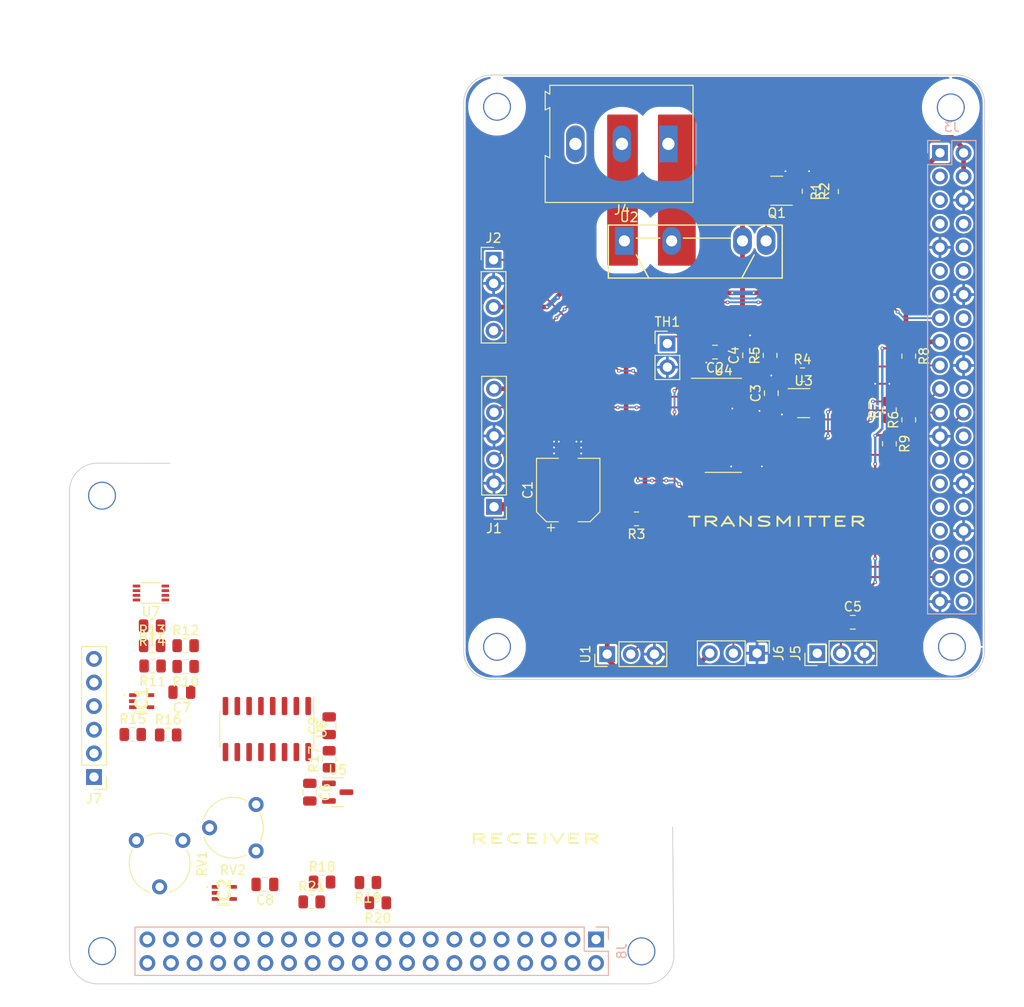
<source format=kicad_pcb>
(kicad_pcb (version 20211014) (generator pcbnew)
  (layers (0 "F.Cu" signal) (31 "B.Cu" power) (34 "B.Paste" user) (35 "F.Paste" user) (36 "B.SilkS" user "B.Silkscreen") (37 "F.SilkS" user "F.Silkscreen") (38 "B.Mask" user) (39 "F.Mask" user) (44 "Edge.Cuts" user))
  (net 0 "")
  (net 1 "GND")
  (net 2 "/light")
  (net 3 "/proxy_out")
  (net 4 "/V-O")
  (net 5 "/ADC2")
  (net 6 "/ADC1")
  (net 7 "/audio_digital_out")
  (net 8 "+3V3")
  (net 9 "MOSI2")
  (net 10 "MISO2")
  (net 11 "CLK2")
  (net 12 "SS2")
  (net 13 "+5V")
  (net 14 "/Comparator1")
  (net 15 "/Comparator2")
  (net 16 "IN2")
  (net 17 "CLK1")
  (net 18 "MISO1")
  (net 19 "MOSI1")
  (net 20 "SS1")
  (net 21 "Net-(IC1-Pad1)")
  (net 22 "/ADC0")
  (net 23 "/ADC3")
  (net 24 "/ADC4")
  (net 25 "/ADC5")
  (net 26 "/ADC6")
  (net 27 "/ADC7")
  (net 28 "Net-(Q1-Pad1)")
  (net 29 "IN1")
  (net 30 "/triac_pin")
  (net 31 "/Vref1")
  (net 53 "Net-(Q1-Pad3)")
  (net 55 "Net-(IC1-Pad3)")
  (net 56 "Net-(R10-Pad2)")
  (net 57 "Net-(IC2-Pad3)")
  (net 58 "Net-(IC2-Pad1)")
  (net 66 "Net-(R12-Pad1)")
  (net 67 "/Vref2")
  (net 68 "/L1")
  (net 69 "/L2")
  (net 70 "Net-(C1-Pad1)")
  (net 90 "/ADC0_1")
  (net 97 "/ADC1_1")
  (net 98 "+3.3VA")
  (net 99 "+5VA")
  (footprint "project_footprints:NPTH_3mm_ID" (layer "F.Cu") (at 97.027556 149.054811 180)
    (fp_text reference "H1")
    (fp_text value "3mm_Mounting_Hole" hide)
  )
  (footprint "project_footprints:NPTH_3mm_ID" (layer "F.Cu") (at 39.027556 149.034811 180)
    (fp_text reference "H2")
    (fp_text value "3mm_Mounting_Hole" hide)
  )
  (footprint "project_footprints:NPTH_3mm_ID" (layer "F.Cu") (at 39.0144 100.044811 -90)
    (fp_text reference "H3")
    (fp_text value "3mm_Mounting_Hole" hide)
  )
  (footprint "project_footprints:NPTH_3mm_ID" (layer "F.Cu") (at 81.5 58.216794 90)
    (fp_text reference "H4")
    (fp_text value "3mm_Mounting_Hole" hide)
  )
  (footprint "Connector_PinHeader_2.54mm:PinHeader_1x03_P2.54mm_Vertical" (layer "F.Cu") (at 93.345 117.094 90)
    (fp_text reference "U1")
    (fp_text value "LM35-LP")
  )
  (footprint "Resistor_SMD:R_0805_2012Metric" (layer "F.Cu") (at 48.0079 118.4148 180)
    (fp_text reference "R10")
    (fp_text value "DNP")
  )
  (footprint "Capacitor_SMD:C_0805_2012Metric" (layer "F.Cu") (at 61.362756 131.935411 -90)
    (fp_text reference "C6")
    (fp_text value "100n")
  )
  (footprint "Connector_PinHeader_2.54mm:PinHeader_1x03_P2.54mm_Vertical" (layer "F.Cu") (at 109.458994 116.992394 -90)
    (fp_text reference "J6")
    (fp_text value "proxy")
  )
  (footprint "Resistor_SMD:R_0805_2012Metric" (layer "F.Cu") (at 125.7808 91.8934 90)
    (fp_text reference "R6")
    (fp_text value "10k")
  )
  (footprint "Package_SIP:SIP4_Sharp-SSR_P7.62mm_Straight" (layer "F.Cu") (at 95.199194 72.643994)
    (fp_text reference "U2")
    (fp_text value "CN240A05")
  )
  (footprint "Potentiometer_THT:Potentiometer_Piher_PT-6-V_Vertical" (layer "F.Cu") (at 55.582356 133.260611 180)
    (fp_text reference "RV2")
    (fp_text value "R_Potentiometer")
  )
  (footprint "Resistor_SMD:R_0805_2012Metric" (layer "F.Cu") (at 96.4965 102.5398 180)
    (fp_text reference "R3")
    (fp_text value "150")
  )
  (footprint "Resistor_SMD:R_0805_2012Metric" (layer "F.Cu") (at 125.7808 85.0392 -90)
    (fp_text reference "R8")
    (fp_text value "10k")
  )
  (footprint "Capacitor_SMD:C_0805_2012Metric" (layer "F.Cu") (at 63.445556 124.787811 90)
    (fp_text reference "C9")
    (fp_text value "100n")
  )
  (footprint "Potentiometer_THT:Potentiometer_Piher_PT-6-V_Vertical" (layer "F.Cu") (at 42.708356 137.121411 -90)
    (fp_text reference "RV1")
    (fp_text value "R_Potentiometer")
  )
  (footprint "Resistor_SMD:R_0805_2012Metric" (layer "F.Cu") (at 67.613056 141.653411 180)
    (fp_text reference "R19")
    (fp_text value "10k")
  )
  (footprint "Capacitor_SMD:CP_Elec_6.3x7.7" (layer "F.Cu") (at 89.154 99.441 90)
    (fp_text reference "C1")
    (fp_text value "220u")
  )
  (footprint "Resistor_SMD:R_0805_2012Metric" (layer "F.Cu") (at 123.698 90.8285 90)
    (fp_text reference "R7")
    (fp_text value "10k")
  )
  (footprint "Resistor_SMD:R_0805_2012Metric" (layer "F.Cu") (at 61.565956 143.736211)
    (fp_text reference "R21")
    (fp_text value "10k")
  )
  (footprint "Capacitor_SMD:C_0805_2012Metric" (layer "F.Cu") (at 47.595956 121.181011 180)
    (fp_text reference "C7")
    (fp_text value "100n")
  )
  (footprint "Resistor_SMD:R_0805_2012Metric" (layer "F.Cu") (at 42.3183 125.73)
    (fp_text reference "R15")
    (fp_text value "1k")
  )
  (footprint "Resistor_SMD:R_0805_2012Metric" (layer "F.Cu") (at 63.445556 128.396511 90)
    (fp_text reference "R17")
    (fp_text value "100")
  )
  (footprint "project_footprints:NPTH_3mm_ID" (layer "F.Cu") (at 130.302 58.293 90)
    (fp_text reference "H4")
    (fp_text value "3mm_Mounting_Hole" hide)
  )
  (footprint "Resistor_SMD:R_0805_2012Metric" (layer "F.Cu") (at 115.062 67.31 -90)
    (fp_text reference "R2")
    (fp_text value "DNP")
  )
  (footprint "Package_SO:SOIC-16_3.9x9.9mm_P1.27mm" (layer "F.Cu") (at 105.8418 92.4814)
    (fp_text reference "U4")
    (fp_text value "MCP3008")
  )
  (footprint "Connector_PinHeader_2.54mm:PinHeader_1x04_P2.54mm_Vertical" (layer "F.Cu") (at 81.1276 74.676)
    (fp_text reference "J2")
    (fp_text value "sound in")
  )
  (footprint "TerminalBlock:TerminalBlock_Altech_AK300-3_P5.00mm" (layer "F.Cu") (at 99.928594 62.211594 180)
    (fp_text reference "J4")
    (fp_text value "Conn_01x03")
  )
  (footprint "Connector_PinHeader_2.54mm:PinHeader_1x03_P2.54mm_Vertical" (layer "F.Cu") (at 115.940594 116.992394 90)
    (fp_text reference "J5")
    (fp_text value "light")
  )
  (footprint "Capacitor_SMD:C_0805_2012Metric" (layer "F.Cu") (at 104.9426 84.6074 180)
    (fp_text reference "C2")
    (fp_text value "100n-0.1u")
  )
  (footprint "Resistor_SMD:R_0805_2012Metric" (layer "F.Cu") (at 117.475 67.3335 90)
    (fp_text reference "R1")
    (fp_text value "90k")
  )
  (footprint "Resistor_SMD:R_0805_2012Metric" (layer "F.Cu") (at 44.4011 116.1796)
    (fp_text reference "R13")
    (fp_text value "20k")
  )
  (footprint "Resistor_SMD:R_0805_2012Metric" (layer "F.Cu") (at 46.1264 125.7808)
    (fp_text reference "R16")
    (fp_text value "1k35")
  )
  (footprint "Resistor_SMD:R_0805_2012Metric" (layer "F.Cu") (at 114.3508 87.0458)
    (fp_text reference "R4")
    (fp_text value "100")
  )
  (footprint "project_footprints:NPTH_3mm_ID" (layer "F.Cu") (at 130.429 116.3 90)
    (fp_text reference "H4")
    (fp_text value "3mm_Mounting_Hole" hide)
  )
  (footprint "project_footprints:NPTH_3mm_ID" (layer "F.Cu") (at 81.5 116.3 90)
    (fp_text reference "H4")
    (fp_text value "3mm_Mounting_Hole" hide)
  )
  (footprint "Connector_PinHeader_2.54mm:PinHeader_1x06_P2.54mm_Vertical" (layer "F.Cu") (at 38.1508 130.302 180)
    (fp_text reference "J7")
    (fp_text value "Analof light in")
  )
  (footprint "Resistor_SMD:R_0805_2012Metric" (layer "F.Cu") (at 44.45 118.364 180)
    (fp_text reference "R11")
    (fp_text value "DNP")
  )
  (footprint "Resistor_SMD:R_0805_2012Metric" (layer "F.Cu") (at 123.698 94.4645 -90)
    (fp_text reference "R9")
    (fp_text value "10k")
  )
  (footprint "Resistor_SMD:R_0805_2012Metric" (layer "F.Cu") (at 110.871 84.963 90)
    (fp_text reference "R5")
    (fp_text value "10k")
  )
  (footprint "Package_TO_SOT_SMD:SOT-23" (layer "F.Cu") (at 111.5845 67.249 180)
    (fp_text reference "Q1")
    (fp_text value "Q_NPN_BEC")
  )
  (footprint "SamacSys_Parts:TC75S59FUTE85LF" (layer "F.Cu") (at 52.167956 142.771011 -90)
    (fp_text reference "IC2")
    (fp_text value "TC75S59FU_TE85L,F_" hide)
  )
  (footprint "Connector_PinHeader_2.54mm:PinHeader_1x02_P2.54mm_Vertical" (layer "F.Cu") (at 99.822 83.688)
    (fp_text reference "TH1")
    (fp_text value "Thermistor")
  )
  (footprint "Capacitor_SMD:C_0805_2012Metric" (layer "F.Cu") (at 110.998 89.027 90)
    (fp_text reference "C3")
    (fp_text value "100n")
  )
  (footprint "Resistor_SMD:R_0805_2012Metric" (layer "F.Cu") (at 62.681656 141.602611)
    (fp_text reference "R18")
    (fp_text value "10k")
  )
  (footprint "Resistor_SMD:R_0805_2012Metric" (layer "F.Cu") (at 68.676056 143.837811 180)
    (fp_text reference "R20")
    (fp_text value "10k")
  )
  (footprint "Package_TO_SOT_SMD:SOT-23" (layer "F.Cu") (at 114.4778 90.0938)
    (fp_text reference "U3")
    (fp_text value "LM4040DBZ-4.1")
  )
  (footprint "Resistor_SMD:R_0805_2012Metric" (layer "F.Cu") (at 48.006 116.1796)
    (fp_text reference "R12")
    (fp_text value "10k")
  )
  (footprint "Capacitor_SMD:C_0805_2012Metric" (layer "F.Cu") (at 56.536756 141.856611 180)
    (fp_text reference "C8")
    (fp_text value "100n")
  )
  (footprint "Resistor_SMD:R_0805_2012Metric" (layer "F.Cu") (at 44.3992 114.046 180)
    (fp_text reference "R14")
    (fp_text value "10k")
  )
  (footprint "Package_SO:SOIC-16_3.9x9.9mm_P1.27mm" (layer "F.Cu") (at 56.739956 125.143411 -90)
    (fp_text reference "U6")
    (fp_text value "MCP3008")
  )
  (footprint "Connector_PinHeader_2.54mm:PinHeader_1x06_P2.54mm_Vertical" (layer "F.Cu") (at 81.1784 101.2444 180)
    (fp_text reference "J1")
    (fp_text value "dust sense")
  )
  (footprint "SamacSys_Parts:TC75S59FUTE85LF" (layer "F.Cu") (at 43.276056 122.146211 -90)
    (fp_text reference "IC1")
    (fp_text value "TC75S59FU_TE85L,F_" hide)
  )
  (footprint "Package_SO:VSSOP-8_2.3x2mm_P0.5mm" (layer "F.Cu") (at 44.2722 110.5154 180)
    (fp_text reference "U7")
    (fp_text value "ADS7041xDCU")
  )
  (footprint "Capacitor_SMD:C_0805_2012Metric" (layer "F.Cu") (at 119.761 113.665)
    (fp_text reference "C5")
    (fp_text value "100n-0.1u")
  )
  (footprint "Capacitor_SMD:C_0805_2012Metric" (layer "F.Cu") (at 108.6612 84.9478 90)
    (fp_text reference "C4")
    (fp_text value "100n")
  )
  (footprint "Package_TO_SOT_SMD:SOT-23" (layer "F.Cu") (at 64.359956 131.935411)
    (fp_text reference "U5")
    (fp_text value "LM4040DBZ-4.1")
  )
  (footprint "Connector_PinSocket_2.54mm:PinSocket_2x20_P2.54mm_Vertical" (layer "B.Cu") (at 92.147556 147.774811 90)
    (fp_text reference "J8")
    (fp_text value "40HAT")
  )
  (footprint "Connector_PinSocket_2.54mm:PinSocket_2x20_P2.54mm_Vertical" (layer "B.Cu") (at 129.138994 63.177754 180)
    (fp_text reference "J3")
    (fp_text value "40HAT")
  )
  (gr_line (start 100.5212 149.5472) (end 100.3808 135.6868) (layer "Edge.Cuts") (width 0.1))
  (gr_arc (start 77.923874 57.801474) (mid 78.80256 55.68016) (end 80.923874 54.801474) (layer "Edge.Cuts") (width 0.1))
  (gr_arc (start 133.923874 116.801474) (mid 133.0452 118.9228) (end 130.923874 119.801474) (layer "Edge.Cuts") (width 0.1))
  (gr_line (start 130.923874 54.801474) (end 80.923874 54.801474) (layer "Edge.Cuts") (width 0.1))
  (gr_line (start 133.923874 116.801474) (end 133.923874 57.801474) (layer "Edge.Cuts") (width 0.1))
  (gr_line (start 130.923874 119.801474) (end 80.923874 119.801474) (layer "Edge.Cuts") (width 0.1))
  (gr_arc (start 130.923874 54.801474) (mid 133.045214 55.680145) (end 133.923874 57.801474) (layer "Edge.Cuts") (width 0.1))
  (gr_arc (start 80.923874 119.801474) (mid 78.80256 118.922788) (end 77.923874 116.801474) (layer "Edge.Cuts") (width 0.1))
  (gr_line (start 38.5212 152.5472) (end 97.5212 152.5472) (layer "Edge.Cuts") (width 0.1))
  (gr_line (start 46.3296 96.5708) (end 38.516789 96.551167) (layer "Edge.Cuts") (width 0.1))
  (gr_line (start 77.923874 116.801474) (end 77.923874 57.801474) (layer "Edge.Cuts") (width 0.1))
  (gr_arc (start 38.5212 152.5472) (mid 36.399855 151.668535) (end 35.5212 149.5472) (layer "Edge.Cuts") (width 0.1))
  (gr_arc (start 100.5212 149.5472) (mid 99.642521 151.668522) (end 97.5212 152.5472) (layer "Edge.Cuts") (width 0.1))
  (gr_line (start 35.5212 149.5472) (end 35.5212 99.5472) (layer "Edge.Cuts") (width 0.1))
  (gr_arc (start 35.516789 99.551167) (mid 36.39547 97.429849) (end 38.516789 96.551167) (layer "Edge.Cuts") (width 0.1))
  (gr_text "RECEIVER" (at 85.5726 136.9568) (layer "F.SilkS") (effects (font (size 1 2) (thickness 0.2))))
  (gr_text "TRANSMITTER" (at 111.6076 102.8446) (layer "F.SilkS") (effects (font (size 1 2) (thickness 0.2))))
  (segment (start 114.9635 66.299) (end 115.062 66.3975) (width 0.2) (layer "F.Cu") (net 1))
  (segment (start 102.372 86.228) (end 99.822 86.228) (width 0.2) (layer "F.Cu") (net 1))
  (segment (start 103.9926 84.6074) (end 103.9926 85.7046) (width 0.2) (layer "F.Cu") (net 1))
  (segment (start 87.63 95.504) (end 87.63 94.234) (width 0.5) (layer "F.Cu") (net 1))
  (segment (start 112.522 66.299) (end 114.9635 66.299) (width 0.2) (layer "F.Cu") (net 1))
  (segment (start 109.9566 96.9264) (end 109.982 96.901) (width 0.2) (layer "F.Cu") (net 1))
  (segment (start 90.551 94.234) (end 90.551 95.504) (width 0.5) (layer "F.Cu") (net 1))
  (segment (start 121.020594 116.992394) (end 121.020594 113.974594) (width 0.2) (layer "F.Cu") (net 1))
  (segment (start 106.7054 96.9264) (end 106.68 96.901) (width 0.2) (layer "F.Cu") (net 1))
  (segment (start 106.9086 90.5764) (end 106.807 90.678) (width 0.2) (layer "F.Cu") (net 1))
  (segment (start 108.3168 90.5764) (end 109.3724 90.5764) (width 0.2) (layer "F.Cu") (net 1))
  (segment (start 122.174 88.011) (end 123.698 88.011) (width 0.2) (layer "F.Cu") (net 1))
  (segment (start 112.522 66.299) (end 112.522 65.151) (width 0.2) (layer "F.Cu") (net 1))
  (segment (start 89.154 96.741) (end 88.74 96.741) (width 0.2) (layer "F.Cu") (net 1))
  (segment (start 109.3724 90.5764) (end 109.728 90.932) (width 0.2) (layer "F.Cu") (net 1))
  (segment (start 108.3168 90.5764) (end 106.9086 90.5764) (width 0.2) (layer "F.Cu") (net 1))
  (segment (start 108.3168 96.9264) (end 109.9566 96.9264) (width 0.2) (layer "F.Cu") (net 1))
  (segment (start 110.998 88.077) (end 110.998 87.122) (width 0.2) (layer "F.Cu") (net 1))
  (segment (start 112.4102 91.0438) (end 112.141 91.313) (width 0.2) (layer "F.Cu") (net 1))
  (segment (start 87.63 94.234) (end 90.551 94.234) (width 0.5) (layer "F.Cu") (net 1))
  (segment (start 108.6612 83.9978) (end 108.6612 82.8548) (width 0.2) (layer "F.Cu") (net 1))
  (segment (start 103.9926 85.7046) (end 104.013 85.725) (width 0.2) (layer "F.Cu") (net 1))
  (segment (start 108.3168 96.9264) (end 106.7054 96.9264) (width 0.2) (layer "F.Cu") (net 1))
  (segment (start 113.5403 91.0438) (end 112.4102 91.0438) (width 0.2) (layer "F.Cu") (net 1))
  (segment (start 108.6612 82.8548) (end 108.712 82.804) (width 0.2) (layer "F.Cu") (net 1))
  (segment (start 103.9926 84.6074) (end 102.372 86.228) (width 0.2) (layer "F.Cu") (net 1))
  (segment (start 121.020594 113.974594) (end 120.711 113.665) (width 0.2) (layer "F.Cu") (net 1))
  (segment (start 115.062 66.3975) (end 115.062 65.151) (width 0.2) (layer "F.Cu") (net 1))
  (via (at 110.998 87.122) (size 0.4) (drill 0.2) (layers "F.Cu" "B.Cu") (net 1))
  (via (at 122.174 88.011) (size 0.4) (drill 0.2) (layers "F.Cu" "B.Cu") (net 1))
  (via (at 109.982 96.901) (size 0.4) (drill 0.2) (layers "F.Cu" "B.Cu") (net 1))
  (via (at 112.141 91.313) (size 0.4) (drill 0.2) (layers "F.Cu" "B.Cu") (net 1))
  (via (at 87.63 95.504) (size 0.4) (drill 0.2) (layers "F.Cu" "B.Cu") (net 1))
  (via (at 87.63 94.869) (size 0.4) (drill 0.2) (layers "F.Cu" "B.Cu") (net 1))
  (via (at 123.698 88.011) (size 0.4) (drill 0.2) (layers "F.Cu" "B.Cu") (net 1))
  (via (at 106.807 90.678) (size 0.4) (drill 0.2) (layers "F.Cu" "B.Cu") (net 1))
  (via (at 87.63 94.234) (size 0.4) (drill 0.2) (layers "F.Cu" "B.Cu") (net 1))
  (via (at 90.551 95.504) (size 0.4) (drill 0.2) (layers "F.Cu" "B.Cu") (net 1))
  (via (at 109.728 90.932) (size 0.4) (drill 0.2) (layers "F.Cu" "B.Cu") (net 1))
  (via (at 90.551 94.869) (size 0.4) (drill 0.2) (layers "F.Cu" "B.Cu") (net 1))
  (via (at 108.712 82.804) (size 0.4) (drill 0.2) (layers "F.Cu" "B.Cu") (net 1))
  (via (at 90.043 94.234) (size 0.4) (drill 0.2) (layers "F.Cu" "B.Cu") (net 1))
  (via (at 104.013 85.725) (size 0.4) (drill 0.2) (layers "F.Cu" "B.Cu") (net 1))
  (via (at 115.062 65.151) (size 0.4) (drill 0.2) (layers "F.Cu" "B.Cu") (net 1))
  (via (at 90.551 94.234) (size 0.4) (drill 0.2) (layers "F.Cu" "B.Cu") (net 1))
  (via (at 106.68 96.901) (size 0.4) (drill 0.2) (layers "F.Cu" "B.Cu") (net 1))
  (via (at 88.138 94.234) (size 0.4) (drill 0.2) (layers "F.Cu" "B.Cu") (net 1))
  (via (at 112.522 65.151) (size 0.4) (drill 0.2) (layers "F.Cu" "B.Cu") (net 1))
  (segment (start 106.918994 116.992394) (end 106.918994 113.426006) (width 0.2) (layer "F.Cu") (net 3))
  (segment (start 129.038729 108.797489) (end 129.138994 108.897754) (width 0.2) (layer "F.Cu") (net 3))
  (segment (start 111.547511 108.797489) (end 129.038729 108.797489) (width 0.2) (layer "F.Cu") (net 3))
  (segment (start 106.918994 113.426006) (end 111.547511 108.797489) (width 0.2) (layer "F.Cu") (net 3))
  (segment (start 96.647 98.425) (end 96.647 96.647) (width 0.2) (layer "F.Cu") (net 4))
  (segment (start 98.171 98.425) (end 99.695 98.425) (width 0.2) (layer "F.Cu") (net 4))
  (segment (start 127.762 107.696) (end 109.982 107.696) (width 0.2) (layer "F.Cu") (net 4))
  (segment (start 109.982 107.696) (end 101.092 98.806) (width 0.2) (layer "F.Cu") (net 4))
  (segment (start 92.71 92.71) (end 84.6328 92.71) (width 0.2) (layer "F.Cu") (net 4))
  (segment (start 129.100246 106.357754) (end 127.762 107.696) (width 0.2) (layer "F.Cu") (net 4))
  (segment (start 96.647 96.647) (end 92.71 92.71) (width 0.2) (layer "F.Cu") (net 4))
  (segment (start 129.138994 106.357754) (end 129.100246 106.357754) (width 0.2) (layer "F.Cu") (net 4))
  (segment (start 84.6328 92.71) (end 81.1784 96.1644) (width 0.2) (layer "F.Cu") (net 4))
  (via (at 96.647 98.425) (size 0.4) (drill 0.2) (layers "F.Cu" "B.Cu") (net 4))
  (via (at 99.695 98.425) (size 0.4) (drill 0.2) (layers "F.Cu" "B.Cu") (net 4))
  (via (at 98.171 98.425) (size 0.4) (drill 0.2) (layers "F.Cu" "B.Cu") (net 4))
  (via (at 101.092 98.806) (size 0.4) (drill 0.2) (layers "F.Cu" "B.Cu") (net 4))
  (segment (start 99.695 98.425) (end 100.711 98.425) (width 0.2) (layer "B.Cu") (net 4))
  (segment (start 100.711 98.425) (end 101.092 98.806) (width 0.2) (layer "B.Cu") (net 4))
  (segment (start 96.647 98.425) (end 98.171 98.425) (width 0.2) (layer "B.Cu") (net 4))
  (segment (start 81.1784 91.0844) (end 81.7118 90.551) (width 0.2) (layer "F.Cu") (net 5))
  (segment (start 81.7118 90.551) (end 94.488 90.551) (width 0.2) (layer "F.Cu") (net 5))
  (segment (start 103.3414 90.551) (end 103.3668 90.5764) (width 0.2) (layer "F.Cu") (net 5))
  (segment (start 96.52 90.551) (end 103.3414 90.551) (width 0.2) (layer "F.Cu") (net 5))
  (via (at 94.488 90.551) (size 0.4) (drill 0.2) (layers "F.Cu" "B.Cu") (net 5))
  (via (at 96.52 90.551) (size 0.4) (drill 0.2) (layers "F.Cu" "B.Cu") (net 5))
  (segment (start 94.488 90.551) (end 96.52 90.551) (width 0.2) (layer "B.Cu") (net 5))
  (segment (start 82.677 74.676) (end 81.1276 74.676) (width 0.2) (layer "F.Cu") (net 6))
  (segment (start 96.139 86.614) (end 98.933 89.408) (width 0.2) (layer "F.Cu") (net 6))
  (segment (start 98.933 89.408) (end 103.2652 89.408) (width 0.2) (layer "F.Cu") (net 6))
  (segment (start 94.615 86.614) (end 82.677 74.676) (width 0.2) (layer "F.Cu") (net 6))
  (segment (start 103.2652 89.408) (end 103.3668 89.3064) (width 0.2) (layer "F.Cu") (net 6))
  (via (at 94.615 86.614) (size 0.4) (drill 0.2) (layers "F.Cu" "B.Cu") (net 6))
  (via (at 96.139 86.614) (size 0.4) (drill 0.2) (layers "F.Cu" "B.Cu") (net 6))
  (segment (start 96.139 86.614) (end 94.615 86.614) (width 0.2) (layer "B.Cu") (net 6))
  (segment (start 88.773 80.01) (end 89.535 79.248) (width 0.2) (layer "F.Cu") (net 7))
  (segment (start 109.601 79.248) (end 123.571 79.248) (width 0.2) (layer "F.Cu") (net 7))
  (segment (start 86.487 82.296) (end 87.884 80.899) (width 0.2) (layer "F.Cu") (net 7))
  (segment (start 103.759 79.248) (end 106.299 79.248) (width 0.2) (layer "F.Cu") (net 7))
  (segment (start 81.1276 82.296) (end 86.487 82.296) (width 0.2) (layer "F.Cu") (net 7))
  (segment (start 89.535 79.248) (end 103.759 79.248) (width 0.2) (layer "F.Cu") (net 7))
  (segment (start 123.571 79.248) (end 124.587 80.264) (width 0.2) (layer "F.Cu") (net 7))
  (via (at 88.773 80.01) (size 0.4) (drill 0.2) (layers "F.Cu" "B.Cu") (net 7))
  (via (at 109.601 79.248) (size 0.4) (drill 0.2) (layers "F.Cu" "B.Cu") (net 7))
  (via (at 124.587 80.264) (size 0.4) (drill 0.2) (layers "F.Cu" "B.Cu") (net 7))
  (via (at 87.884 80.899) (size 0.4) (drill 0.2) (layers "F.Cu" "B.Cu") (net 7))
  (via (at 106.299 79.248) (size 0.4) (drill 0.2) (layers "F.Cu" "B.Cu") (net 7))
  (segment (start 106.299 79.248) (end 109.601 79.248) (width 0.2) (layer "B.Cu") (net 7))
  (segment (start 125.280754 80.957754) (end 129.138994 80.957754) (width 0.2) (layer "B.Cu") (net 7))
  (segment (start 124.587 80.264) (end 125.280754 80.957754) (width 0.2) (layer "B.Cu") (net 7))
  (segment (start 87.884 80.899) (end 88.773 80.01) (width 0.2) (layer "B.Cu") (net 7))
  (segment (start 129.138994 63.177754) (end 125.476 66.840748) (width 0.5) (layer "F.Cu") (net 8))
  (segment (start 129.138994 83.497754) (end 126.409746 83.497754) (width 0.5) (layer "F.Cu") (net 8))
  (segment (start 125.7808 92.8059) (end 124.4441 92.8059) (width 0.25) (layer "F.Cu") (net 8))
  (segment (start 125.476 78.232) (end 125.476 81.661) (width 0.5) (layer "F.Cu") (net 8))
  (segment (start 88.011 78.613) (end 88.011 78.74) (width 0.5) (layer "F.Cu") (net 8))
  (segment (start 127.312754 83.497754) (end 129.138994 83.497754) (width 0.5) (layer "F.Cu") (net 8))
  (segment (start 126.409746 83.497754) (end 125.7808 84.1267) (width 0.5) (layer "F.Cu") (net 8))
  (segment (start 122.936 84.201) (end 125.7065 84.201) (width 0.25) (layer "F.Cu") (net 8))
  (segment (start 125.476 78.232) (end 109.093 78.232) (width 0.5) (layer "F.Cu") (net 8))
  (segment (start 106.807 78.232) (end 88.392 78.232) (width 0.5) (layer "F.Cu") (net 8))
  (segment (start 118.480594 113.995406) (end 118.480594 116.992394) (width 0.25) (layer "F.Cu") (net 8))
  (segment (start 125.7065 84.201) (end 125.7808 84.1267) (width 0.25) (layer "F.Cu") (net 8))
  (segment (start 118.811 113.665) (end 118.480594 113.995406) (width 0.25) (layer "F.Cu") (net 8))
  (segment (start 122.174 96.647) (end 122.174 106.807) (width 0.25) (layer "F.Cu") (net 8))
  (segment (start 123.698 91.741) (end 123.698 93.552) (width 0.25) (layer "F.Cu") (net 8))
  (segment (start 124.4441 92.8059) (end 123.698 93.552) (width 0.25) (layer "F.Cu") (net 8))
  (segment (start 118.9126 112.6084) (end 118.9126 113.5634) (width 0.25) (layer "F.Cu") (net 8))
  (segment (start 123.698 93.552) (end 122.221 93.552) (width 0.25) (layer "F.Cu") (net 8))
  (segment (start 122.174 109.347) (end 118.9126 112.6084) (width 0.25) (layer "F.Cu") (net 8))
  (segment (start 125.476 66.840748) (end 125.476 78.232) (width 0.5) (layer "F.Cu") (net 8))
  (segment (start 88.392 78.232) (end 88.011 78.613) (width 0.5) (layer "F.Cu") (net 8))
  (segment (start 118.9126 113.5634) (end 118.811 113.665) (width 0.25) (layer "F.Cu") (net 8))
  (segment (start 122.221 93.552) (end 122.174 93.599) (width 0.25) (layer "F.Cu") (net 8))
  (segment (start 125.476 81.661) (end 127.312754 83.497754) (width 0.5) (layer "F.Cu") (net 8))
  (segment (start 86.868 79.756) (end 81.1276 79.756) (width 0.5) (layer "F.Cu") (net 8))
  (via (at 106.807 78.232) (size 0.4) (drill 0.2) (layers "F.Cu" "B.Cu") (net 8))
  (via (at 86.868 79.756) (size 0.4) (drill 0.2) (layers "F.Cu" "B.Cu") (net 8))
  (via (at 109.093 78.232) (size 0.4) (drill 0.2) (layers "F.Cu" "B.Cu") (net 8))
  (via (at 122.174 93.599) (size 0.4) (drill 0.2) (layers "F.Cu" "B.Cu") (net 8))
  (via (at 122.936 84.201) (size 0.4) (drill 0.2) (layers "F.Cu" "B.Cu") (net 8))
  (via (at 122.174 109.347) (size 0.4) (drill 0.2) (layers "F.Cu" "B.Cu") (net 8))
  (via (at 88.011 78.74) (size 0.4) (drill 0.2) (layers "F.Cu" "B.Cu") (net 8))
  (via (at 122.174 96.647) (size 0.4) (drill 0.2) (layers "F.Cu" "B.Cu") (net 8))
  (via (at 122.174 106.807) (size 0.4) (drill 0.2) (layers "F.Cu" "B.Cu") (net 8))
  (segment (start 122.174 109.347) (end 122.174 106.807) (width 0.25) (layer "B.Cu") (net 8))
  (segment (start 122.174 93.599) (end 122.174 96.647) (width 0.25) (layer "B.Cu") (net 8))
  (segment (start 88.011 78.74) (end 87.884 78.74) (width 0.5) (layer "B.Cu") (net 8))
  (segment (start 87.884 78.74) (end 86.868 79.756) (width 0.5) (layer "B.Cu") (net 8))
  (segment (start 122.936 92.837) (end 122.936 84.201) (width 0.25) (layer "B.Cu") (net 8))
  (segment (start 122.174 93.599) (end 122.936 92.837) (width 0.25) (layer "B.Cu") (net 8))
  (segment (start 106.807 78.232) (end 109.093 78.232) (width 0.5) (layer "B.Cu") (net 8))
  (segment (start 125.866854 86.037754) (end 125.7808 85.9517) (width 0.2) (layer "F.Cu") (net 9))
  (segment (start 117.094 93.6159) (end 116.3235 94.3864) (width 0.2) (layer "F.Cu") (net 9))
  (segment (start 129.138994 86.037754) (end 125.866854 86.037754) (width 0.2) (layer "F.Cu") (net 9))
  (segment (start 125.57682 86.15568) (end 121.99732 86.15568) (width 0.2) (layer "F.Cu") (net 9))
  (segment (start 125.7808 85.9517) (end 125.57682 86.15568) (width 0.2) (layer "F.Cu") (net 9))
  (segment (start 121.99732 86.15568) (end 117.094 91.059) (width 0.2) (layer "F.Cu") (net 9))
  (segment (start 116.3235 94.3864) (end 108.3168 94.3864) (width 0.2) (layer "F.Cu") (net 9))
  (via (at 117.094 91.059) (size 0.4) (drill 0.2) (layers "F.Cu" "B.Cu") (net 9))
  (via (at 117.094 93.6159) (size 0.4) (drill 0.2) (layers "F.Cu" "B.Cu") (net 9))
  (segment (start 117.094 91.059) (end 117.094 93.6159) (width 0.2) (layer "B.Cu") (net 9))
  (segment (start 123.698 89.916) (end 127.800748 89.916) (width 0.2) (layer "F.Cu") (net 10))
  (segment (start 121.92 89.916) (end 123.698 89.916) (width 0.2) (layer "F.Cu") (net 10))
  (segment (start 108.3168 93.1164) (end 120.3706 93.1164) (width 0.2) (layer "F.Cu") (net 10))
  (segment (start 127.800748 89.916) (end 129.138994 88.577754) (width 0.2) (layer "F.Cu") (net 10))
  (segment (start 120.3706 93.1164) (end 121.666 91.821) (width 0.2) (layer "F.Cu") (net 10))
  (via (at 121.666 91.821) (size 0.4) (drill 0.2) (layers "F.Cu" "B.Cu") (net 10))
  (via (at 121.92 89.916) (size 0.4) (drill 0.2) (layers "F.Cu" "B.Cu") (net 10))
  (segment (start 121.666 91.821) (end 121.92 91.567) (width 0.2) (layer "B.Cu") (net 10))
  (segment (start 121.92 91.567) (end 121.92 89.916) (width 0.2) (layer "B.Cu") (net 10))
  (segment (start 125.917654 91.117754) (end 125.7808 90.9809) (width 0.2) (layer "F.Cu") (net 11))
  (segment (start 125.67888 90.87898) (end 119.30602 90.87898) (width 0.2) (layer "F.Cu") (net 11))
  (segment (start 118.3386 91.8464) (end 108.3168 91.8464) (width 0.2) (layer "F.Cu") (net 11))
  (segment (start 125.7808 90.9809) (end 125.67888 90.87898) (width 0.2) (layer "F.Cu") (net 11))
  (segment (start 129.138994 91.117754) (end 125.917654 91.117754) (width 0.2) (layer "F.Cu") (net 11))
  (segment (start 119.30602 90.87898) (end 118.3386 91.8464) (width 0.2) (layer "F.Cu") (net 11))
  (segment (start 130.529483 92.267265) (end 131.678994 91.117754) (width 0.2) (layer "F.Cu") (net 12))
  (segment (start 108.3168 95.6564) (end 123.4186 95.6564) (width 0.2) (layer "F.Cu") (net 12))
  (segment (start 123.4186 95.6564) (end 123.698 95.377) (width 0.2) (layer "F.Cu") (net 12))
  (segment (start 127.879784 92.267265) (end 130.529483 92.267265) (width 0.2) (layer "F.Cu") (net 12))
  (segment (start 124.770049 95.377) (end 127.879784 92.267265) (width 0.2) (layer "F.Cu") (net 12))
  (segment (start 123.698 95.377) (end 124.770049 95.377) (width 0.2) (layer "F.Cu") (net 12))
  (segment (start 97.409 92.964) (end 95.377 90.932) (width 0.5) (layer "F.Cu") (net 13))
  (segment (start 97.409 109.982) (end 93.345 114.046) (width 0.5) (layer "F.Cu") (net 13))
  (segment (start 108.6835 85.8755) (end 108.6612 85.8978) (width 0.25) (layer "F.Cu") (net 13))
  (segment (start 93.345 114.046) (end 93.345 117.094) (width 0.5) (layer "F.Cu") (net 13))
  (segment (start 107.899194 80.340194) (end 107.95 80.391) (width 0.5) (layer "F.Cu") (net 13))
  (segment (start 107.95 80.391) (end 110.49 80.391) (width 0.5) (layer "F.Cu") (net 13))
  (segment (start 95.377 90.932) (end 95.377 89.662) (width 0.5) (layer "F.Cu") (net 13))
  (segment (start 107.899194 72.643994) (end 107.899194 76.276194) (width 0.5) (layer "F.Cu") (net 13))
  (segment (start 93.345 117.094) (end 93.345 117.602) (width 0.5) (layer "F.Cu") (net 13))
  (segment (start 94.488 118.745) (end 102.626388 118.745) (width 0.5) (layer "F.Cu") (net 13))
  (segment (start 115.2633 85.9263) (end 115.2633 87.0458) (width 0.5) (layer "F.Cu") (net 13))
  (segment (start 110.49 80.391) (end 113.157 83.058) (width 0.5) (layer "F.Cu") (net 13))
  (segment (start 131.678994 63.177754) (end 131.678994 65.717754) (width 0.5) (layer "F.Cu") (net 13))
  (segment (start 113.157 84.963) (end 114.3 84.963) (width 0.5) (layer "F.Cu") (net 13))
  (segment (start 107.899194 76.276194) (end 107.899194 80.340194) (width 0.5) (layer "F.Cu") (net 13))
  (segment (start 93.345 117.602) (end 94.488 118.745) (width 0.5) (layer "F.Cu") (net 13))
  (segment (start 102.626388 118.745) (end 104.378994 116.992394) (width 0.5) (layer "F.Cu") (net 13))
  (segment (start 112.2445 85.8755) (end 110.871 85.8755) (width 0.5) (layer "F.Cu") (net 13))
  (segment (start 97.409 102.5398) (end 97.409 109.982) (width 0.5) (layer "F.Cu") (net 13))
  (segment (start 107.899194 72.643994) (end 107.899194 65.455806) (width 0.5) (layer "F.Cu") (net 13))
  (segment (start 95.377 89.662) (end 95.377 88.5444) (width 0.5) (layer "F.Cu") (net 13))
  (segment (start 131.678994 62.717994) (end 131.678994 63.177754) (width 0.5) (layer "F.Cu") (net 13))
  (segment (start 113.157 84.963) (end 112.2445 85.8755) (width 0.5) (layer "F.Cu") (net 13))
  (segment (start 97.409 102.5398) (end 97.409 92.964) (width 0.5) (layer "F.Cu") (net 13))
  (segment (start 110.871 85.8755) (end 108.6835 85.8755) (width 0.25) (layer "F.Cu") (net 13))
  (segment (start 111.837479 61.517521) (end 130.478521 61.517521) (width 0.5) (layer "F.Cu") (net 13))
  (segment (start 114.3 84.963) (end 115.2633 85.9263) (width 0.5) (layer "F.Cu") (net 13))
  (segment (start 98.171 80.391) (end 95.377 83.185) (width 0.5) (layer "F.Cu") (net 13))
  (segment (start 107.899194 80.391) (end 98.171 80.391) (width 0.5) (layer "F.Cu") (net 13))
  (segment (start 95.377 88.5444) (end 81.1784 88.5444) (width 0.5) (layer "F.Cu") (net 13))
  (segment (start 107.899194 65.455806) (end 111.837479 61.517521) (width 0.5) (layer "F.Cu") (net 13))
  (segment (start 107.899194 76.276194) (end 107.899194 80.391) (width 0.5) (layer "F.Cu") (net 13))
  (segment (start 108.6612 85.8978) (end 108.6612 87.692) (width 0.25) (layer "F.Cu") (net 13))
  (segment (start 130.478521 61.517521) (end 131.678994 62.717994) (width 0.5) (layer "F.Cu") (net 13))
  (segment (start 113.157 83.058) (end 113.157 84.963) (width 0.5) (layer "F.Cu") (net 13))
  (segment (start 108.6612 87.692) (end 108.3168 88.0364) (width 0.25) (layer "F.Cu") (net 13))
  (segment (start 95.377 83.185) (end 95.377 89.662) (width 0.5) (layer "F.Cu") (net 13))
  (segment (start 100.584 112.395) (end 95.885 117.094) (width 0.2) (layer "F.Cu") (net 22))
  (segment (start 101.3206 88.0364) (end 103.3668 88.0364) (width 0.2) (layer "F.Cu") (net 22))
  (segment (start 100.584 88.773) (end 101.3206 88.0364) (width 0.2) (layer "F.Cu") (net 22))
  (segment (start 100.584 91.059) (end 100.584 112.395) (width 0.2) (layer "F.Cu") (net 22))
  (via (at 100.584 88.773) (size 0.4) (drill 0.2) (layers "F.Cu" "B.Cu") (net 22))
  (via (at 100.584 91.059) (size 0.4) (drill 0.2) (layers "F.Cu" "B.Cu") (net 22))
  (segment (start 100.584 91.059) (end 100.584 88.773) (width 0.2) (layer "B.Cu") (net 22))
  (segment (start 105.8926 84.6074) (end 105.918 84.6328) (width 0.2) (layer "F.Cu") (net 23))
  (segment (start 105.918 90.043) (end 104.1146 91.8464) (width 0.2) (layer "F.Cu") (net 23))
  (segment (start 105.918 84.6328) (end 105.918 90.043) (width 0.2) (layer "F.Cu") (net 23))
  (segment (start 99.822 83.688) (end 100.579 82.931) (width 0.2) (layer "F.Cu") (net 23))
  (segment (start 105.8926 84.3026) (end 105.8926 84.6074) (width 0.2) (layer "F.Cu") (net 23))
  (segment (start 104.521 82.931) (end 105.8926 84.3026) (width 0.2) (layer "F.Cu") (net 23))
  (segment (start 109.87322 85.04828) (end 106.33348 85.04828) (width 0.2) (layer "F.Cu") (net 23))
  (segment (start 110.871 84.0505) (end 109.87322 85.04828) (width 0.2) (layer "F.Cu") (net 23))
  (segment (start 100.579 82.931) (end 104.521 82.931) (width 0.2) (layer "F.Cu") (net 23))
  (segment (start 104.1146 91.8464) (end 103.3668 91.8464) (width 0.2) (layer "F.Cu") (net 23))
  (segment (start 106.33348 85.04828) (end 105.8926 84.6074) (width 0.2) (layer "F.Cu") (net 23))
  (segment (start 115.062 68.2225) (end 117.4515 68.2225) (width 0.2) (layer "F.Cu") (net 28))
  (segment (start 117.4515 68.2225) (end 117.475 68.246) (width 0.2) (layer "F.Cu") (net 28))
  (segment (start 112.522 68.199) (end 115.0385 68.199) (width 0.2) (layer "F.Cu") (net 28))
  (segment (start 115.0385 68.199) (end 115.062 68.2225) (width 0.2) (layer "F.Cu") (net 28))
  (segment (start 110.439194 67.456806) (end 110.647 67.249) (width 0.2) (layer "F.Cu") (net 53))
  (segment (start 110.439194 72.643994) (end 110.439194 67.456806) (width 0.2) (layer "F.Cu") (net 53))
  (segment (start 110.3274 89.3064) (end 110.998 89.977) (width 0.2) (layer "F.Cu") (net 67))
  (segment (start 108.3168 89.3064) (end 110.3274 89.3064) (width 0.2) (layer "F.Cu") (net 67))
  (segment (start 112.7071 89.977) (end 113.5403 89.1438) (width 0.2) (layer "F.Cu") (net 67))
  (segment (start 113.5403 89.1438) (end 113.5403 87.1478) (width 0.2) (layer "F.Cu") (net 67))
  (segment (start 110.998 89.977) (end 112.7071 89.977) (width 0.2) (layer "F.Cu") (net 67))
  (segment (start 113.5403 87.1478) (end 113.4383 87.0458) (width 0.2) (layer "F.Cu") (net 67))
  (segment (start 94.928594 62.211594) (end 94.928594 72.373394) (width 2) (layer "F.Cu") (net 68))
  (segment (start 94.928594 72.373394) (end 95.199194 72.643994) (width 2) (layer "F.Cu") (net 68))
  (segment (start 100.279194 62.562194) (end 99.928594 62.211594) (width 2) (layer "F.Cu") (net 69))
  (segment (start 100.279194 72.643994) (end 100.279194 62.562194) (width 2) (layer "F.Cu") (net 69))
  (segment (start 88.2574 101.2444) (end 89.154 102.141) (width 1) (layer "F.Cu") (net 70))
  (segment (start 81.1784 101.2444) (end 88.2574 101.2444) (width 1) (layer "F.Cu") (net 70))
  (segment (start 89.154 102.141) (end 95.1852 102.141) (width 0.5) (layer "F.Cu") (net 70))
  (segment (start 95.1852 102.141) (end 95.584 102.5398) (width 0.5) (layer "F.Cu") (net 70))
  (zone (net 69) (net_name "/L2") (layer "F.Cu") (connect_pads yes (clearance 0.2)) (min_thickness 0.254) (fill yes (thermal_gap 0.3) (thermal_bridge_width 0.3))
    (polygon (pts (xy 102.87 75.311) (xy 98.806 75.311) (xy 98.806 59.055) (xy 102.87 59.055)))
  )
  (zone (net 1) (net_name "GND") (layer "F.Cu") (connect_pads (clearance 0.2)) (min_thickness 0.254) (fill yes (thermal_gap 0.3) (thermal_bridge_width 0.3))
    (polygon (pts (xy 91.059 98.679) (xy 87.249 98.679) (xy 87.249 93.853) (xy 91.059 93.853)))
  )
  (zone (net 68) (net_name "/L1") (layer "F.Cu") (connect_pads yes (clearance 0.2)) (min_thickness 0.254) (fill yes (thermal_gap 0.3) (thermal_bridge_width 0.3))
    (polygon (pts (xy 96.647 75.311) (xy 93.345 75.311) (xy 93.345 59.055) (xy 96.647 59.055)))
  )
  (zone (net 1) (net_name "GND") (layer "B.Cu") (connect_pads (clearance 0.2)) (min_thickness 0.2) (fill yes (thermal_gap 0.3) (thermal_bridge_width 0.3))
    (polygon (pts (xy 138.176 155.0416) (xy 28.0416 155.0416) (xy 28.0416 46.736) (xy 138.176 46.736)))
  )
)
</source>
